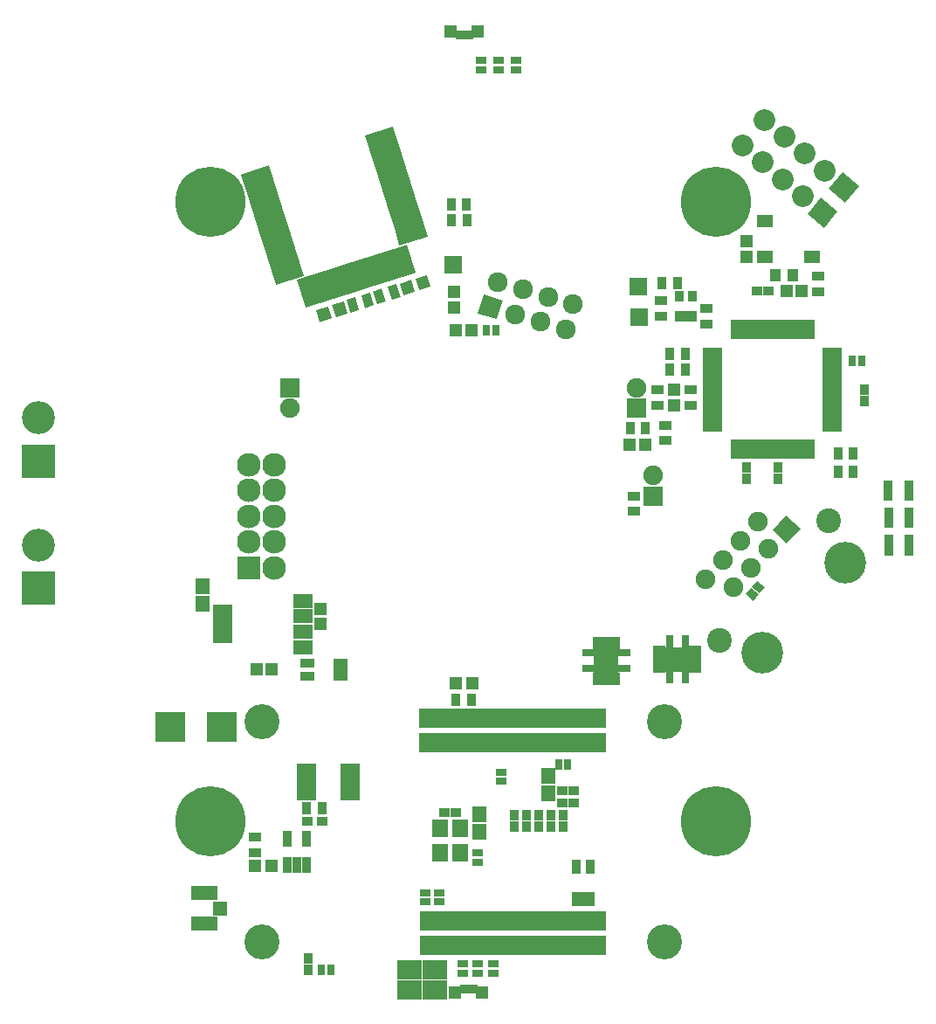
<source format=gts>
G04 #@! TF.FileFunction,Soldermask,Top*
%FSLAX46Y46*%
G04 Gerber Fmt 4.6, Leading zero omitted, Abs format (unit mm)*
G04 Created by KiCad (PCBNEW 4.0.4-stable) date 03/07/17 08:31:43*
%MOMM*%
%LPD*%
G01*
G04 APERTURE LIST*
%ADD10C,0.100000*%
%ADD11R,0.900000X1.300000*%
%ADD12C,2.100000*%
%ADD13R,0.950100X0.650380*%
%ADD14R,3.200000X3.200000*%
%ADD15C,3.200000*%
%ADD16R,1.300000X0.900000*%
%ADD17R,1.898600X0.679400*%
%ADD18R,0.679400X1.898600*%
%ADD19R,0.900000X1.400000*%
%ADD20R,1.250000X0.680000*%
%ADD21R,0.680000X1.250000*%
%ADD22R,2.450000X2.450000*%
%ADD23R,1.600000X1.800000*%
%ADD24R,1.000000X0.800000*%
%ADD25R,1.000000X0.900000*%
%ADD26R,1.900000X1.900000*%
%ADD27C,1.900000*%
%ADD28R,2.300000X2.300000*%
%ADD29C,2.300000*%
%ADD30R,1.200000X1.150000*%
%ADD31R,1.150000X1.200000*%
%ADD32R,1.200000X1.200000*%
%ADD33R,1.000000X0.950000*%
%ADD34R,1.900000X3.600000*%
%ADD35C,6.800000*%
%ADD36R,1.900000X1.400000*%
%ADD37R,1.900000X3.700000*%
%ADD38R,0.948640X1.598880*%
%ADD39R,0.820000X1.000000*%
%ADD40R,1.000000X1.200000*%
%ADD41R,1.600000X1.300000*%
%ADD42R,1.398220X1.499820*%
%ADD43R,0.600000X1.840000*%
%ADD44R,1.400000X0.900000*%
%ADD45R,0.900000X1.000000*%
%ADD46R,0.800000X1.000000*%
%ADD47R,2.600000X1.450000*%
%ADD48R,1.450000X1.400000*%
%ADD49R,1.250000X1.300000*%
%ADD50R,0.850000X0.900000*%
%ADD51C,3.400000*%
%ADD52R,2.950000X2.900000*%
%ADD53C,4.050000*%
%ADD54C,2.400000*%
%ADD55R,1.750000X1.750000*%
%ADD56R,2.440000X1.940000*%
%ADD57C,1.924000*%
G04 APERTURE END LIST*
D10*
D11*
X168554400Y-89712800D03*
X170054400Y-89712800D03*
D10*
G36*
X183461879Y-77497316D02*
X181853185Y-76147462D01*
X183203039Y-74538768D01*
X184811733Y-75888622D01*
X183461879Y-77497316D01*
X183461879Y-77497316D01*
G37*
D12*
X181386706Y-74385361D02*
X181386706Y-74385361D01*
X179440953Y-72752681D02*
X179440953Y-72752681D01*
X177495200Y-71120000D02*
X177495200Y-71120000D01*
X175549447Y-69487320D02*
X175549447Y-69487320D01*
D10*
G36*
X185549420Y-75037674D02*
X183940726Y-73687820D01*
X185290580Y-72079126D01*
X186899274Y-73428980D01*
X185549420Y-75037674D01*
X185549420Y-75037674D01*
G37*
D12*
X183474247Y-71925719D02*
X183474247Y-71925719D01*
X181528494Y-70293039D02*
X181528494Y-70293039D01*
X179582741Y-68660358D02*
X179582741Y-68660358D01*
X177636988Y-67027678D02*
X177636988Y-67027678D01*
D13*
X189749240Y-104949760D03*
X191750760Y-105600000D03*
X189749240Y-106250240D03*
X189749240Y-105600000D03*
X191750760Y-106250240D03*
X191750760Y-104949760D03*
D10*
G36*
X142311164Y-79225734D02*
X141890176Y-77890530D01*
X144608270Y-77033518D01*
X145029258Y-78368722D01*
X142311164Y-79225734D01*
X142311164Y-79225734D01*
G37*
G36*
X133233879Y-85254349D02*
X132376867Y-82536255D01*
X133712071Y-82115267D01*
X134569083Y-84833361D01*
X133233879Y-85254349D01*
X133233879Y-85254349D01*
G37*
G36*
X127356951Y-73665194D02*
X126935963Y-72329990D01*
X129654057Y-71472978D01*
X130075045Y-72808182D01*
X127356951Y-73665194D01*
X127356951Y-73665194D01*
G37*
G36*
X127777939Y-75000398D02*
X127356951Y-73665194D01*
X130075045Y-72808182D01*
X130496033Y-74143386D01*
X127777939Y-75000398D01*
X127777939Y-75000398D01*
G37*
G36*
X128198927Y-76335601D02*
X127777939Y-75000397D01*
X130496033Y-74143385D01*
X130917021Y-75478589D01*
X128198927Y-76335601D01*
X128198927Y-76335601D01*
G37*
G36*
X128619915Y-77670805D02*
X128198927Y-76335601D01*
X130917021Y-75478589D01*
X131338009Y-76813793D01*
X128619915Y-77670805D01*
X128619915Y-77670805D01*
G37*
G36*
X129040903Y-79006009D02*
X128619915Y-77670805D01*
X131338009Y-76813793D01*
X131758997Y-78148997D01*
X129040903Y-79006009D01*
X129040903Y-79006009D01*
G37*
G36*
X129461891Y-80341212D02*
X129040903Y-79006008D01*
X131758997Y-78148996D01*
X132179985Y-79484200D01*
X129461891Y-80341212D01*
X129461891Y-80341212D01*
G37*
G36*
X129882879Y-81676416D02*
X129461891Y-80341212D01*
X132179985Y-79484200D01*
X132600973Y-80819404D01*
X129882879Y-81676416D01*
X129882879Y-81676416D01*
G37*
G36*
X130303867Y-83011620D02*
X129882879Y-81676416D01*
X132600973Y-80819404D01*
X133021961Y-82154608D01*
X130303867Y-83011620D01*
X130303867Y-83011620D01*
G37*
G36*
X134569083Y-84833361D02*
X133712071Y-82115267D01*
X135047275Y-81694279D01*
X135904287Y-84412373D01*
X134569083Y-84833361D01*
X134569083Y-84833361D01*
G37*
G36*
X135904287Y-84412373D02*
X135047275Y-81694279D01*
X136382479Y-81273291D01*
X137239491Y-83991385D01*
X135904287Y-84412373D01*
X135904287Y-84412373D01*
G37*
G36*
X137239491Y-83991384D02*
X136382479Y-81273290D01*
X137717683Y-80852302D01*
X138574695Y-83570396D01*
X137239491Y-83991384D01*
X137239491Y-83991384D01*
G37*
G36*
X138574694Y-83570396D02*
X137717682Y-80852302D01*
X139052886Y-80431314D01*
X139909898Y-83149408D01*
X138574694Y-83570396D01*
X138574694Y-83570396D01*
G37*
G36*
X139909898Y-83149408D02*
X139052886Y-80431314D01*
X140388090Y-80010326D01*
X141245102Y-82728420D01*
X139909898Y-83149408D01*
X139909898Y-83149408D01*
G37*
G36*
X141245102Y-82728420D02*
X140388090Y-80010326D01*
X141723294Y-79589338D01*
X142580306Y-82307432D01*
X141245102Y-82728420D01*
X141245102Y-82728420D01*
G37*
G36*
X142580306Y-82307432D02*
X141723294Y-79589338D01*
X143058498Y-79168350D01*
X143915510Y-81886444D01*
X142580306Y-82307432D01*
X142580306Y-82307432D01*
G37*
G36*
X141890176Y-77890530D02*
X141469188Y-76555326D01*
X144187282Y-75698314D01*
X144608270Y-77033518D01*
X141890176Y-77890530D01*
X141890176Y-77890530D01*
G37*
G36*
X141469188Y-76555326D02*
X141048200Y-75220122D01*
X143766294Y-74363110D01*
X144187282Y-75698314D01*
X141469188Y-76555326D01*
X141469188Y-76555326D01*
G37*
G36*
X141048200Y-75220123D02*
X140627212Y-73884919D01*
X143345306Y-73027907D01*
X143766294Y-74363111D01*
X141048200Y-75220123D01*
X141048200Y-75220123D01*
G37*
G36*
X140627211Y-73884919D02*
X140206223Y-72549715D01*
X142924317Y-71692703D01*
X143345305Y-73027907D01*
X140627211Y-73884919D01*
X140627211Y-73884919D01*
G37*
G36*
X140206223Y-72549715D02*
X139785235Y-71214511D01*
X142503329Y-70357499D01*
X142924317Y-71692703D01*
X140206223Y-72549715D01*
X140206223Y-72549715D01*
G37*
G36*
X139785235Y-71214512D02*
X139364247Y-69879308D01*
X142082341Y-69022296D01*
X142503329Y-70357500D01*
X139785235Y-71214512D01*
X139785235Y-71214512D01*
G37*
G36*
X139364247Y-69879308D02*
X138943259Y-68544104D01*
X141661353Y-67687092D01*
X142082341Y-69022296D01*
X139364247Y-69879308D01*
X139364247Y-69879308D01*
G37*
G36*
X137549710Y-85741434D02*
X137158793Y-84501602D01*
X138017138Y-84230966D01*
X138408055Y-85470798D01*
X137549710Y-85741434D01*
X137549710Y-85741434D01*
G37*
G36*
X138980286Y-85290376D02*
X138589369Y-84050544D01*
X139447714Y-83779908D01*
X139838631Y-85019740D01*
X138980286Y-85290376D01*
X138980286Y-85290376D01*
G37*
D14*
X107340400Y-100110400D03*
D15*
X107340400Y-95910400D03*
D16*
X182925000Y-83700000D03*
X182925000Y-82200000D03*
D17*
X172702220Y-89433400D03*
X172702220Y-89933780D03*
X172702220Y-90434160D03*
X172702220Y-90934540D03*
X172702220Y-91434920D03*
X172702220Y-91932760D03*
X172702220Y-92433140D03*
X172702220Y-92933520D03*
X172702220Y-93431360D03*
X172702220Y-93931740D03*
X172702220Y-94432120D03*
X172702220Y-94929960D03*
X172702220Y-95430340D03*
X172702220Y-95930720D03*
X172702220Y-96431100D03*
X172702220Y-96931480D03*
D18*
X174752000Y-98981260D03*
X175252380Y-98981260D03*
X175752760Y-98981260D03*
X176253140Y-98981260D03*
X176753520Y-98981260D03*
X177251360Y-98981260D03*
X177751740Y-98981260D03*
X178252120Y-98981260D03*
X178749960Y-98981260D03*
X179250340Y-98981260D03*
X179750720Y-98981260D03*
X180248560Y-98981260D03*
X180748940Y-98981260D03*
X181249320Y-98981260D03*
X181749700Y-98981260D03*
X182250080Y-98981260D03*
D17*
X184299860Y-96931480D03*
X184299860Y-96431100D03*
X184299860Y-95930720D03*
X184299860Y-95430340D03*
X184299860Y-94929960D03*
X184299860Y-94432120D03*
X184299860Y-93931740D03*
X184299860Y-93431360D03*
X184299860Y-92933520D03*
X184299860Y-92433140D03*
X184299860Y-91932760D03*
X184299860Y-91434920D03*
X184299860Y-90934540D03*
X184299860Y-90434160D03*
X184299860Y-89933780D03*
X184299860Y-89433400D03*
D18*
X182250080Y-87383620D03*
X181749700Y-87383620D03*
X181249320Y-87383620D03*
X180748940Y-87383620D03*
X180248560Y-87383620D03*
X179750720Y-87383620D03*
X179250340Y-87383620D03*
X178749960Y-87383620D03*
X178252120Y-87383620D03*
X177751740Y-87383620D03*
X177251360Y-87383620D03*
X176753520Y-87383620D03*
X176253140Y-87383620D03*
X175752760Y-87383620D03*
X175252380Y-87383620D03*
X174752000Y-87383620D03*
D11*
X167775000Y-82850000D03*
X169275000Y-82850000D03*
D19*
X159475000Y-142600000D03*
X160125000Y-142600000D03*
X160775000Y-142600000D03*
X159475000Y-139400000D03*
X160775000Y-139400000D03*
D20*
X164099200Y-118709600D03*
D21*
X163374200Y-117734600D03*
X162874200Y-117734600D03*
X162374200Y-117734600D03*
X161874200Y-117734600D03*
X161374200Y-117734600D03*
D20*
X160649200Y-118709600D03*
X160649200Y-120209600D03*
X164099200Y-120209600D03*
D21*
X161374200Y-121184600D03*
X161874200Y-121184600D03*
X162374200Y-121184600D03*
X162874200Y-121184600D03*
X163374200Y-121184600D03*
D22*
X162374200Y-119459600D03*
D23*
X146275000Y-135700000D03*
X146275000Y-138100000D03*
X148175000Y-138100000D03*
X148175000Y-135700000D03*
D24*
X149925000Y-138100000D03*
X149925000Y-139000000D03*
D25*
X147800000Y-134150000D03*
X146700000Y-134150000D03*
D24*
X153592600Y-62190900D03*
X153592600Y-61290900D03*
D26*
X166900000Y-103500000D03*
D27*
X166900000Y-101500000D03*
D28*
X127675000Y-110457000D03*
D29*
X127675000Y-107957000D03*
X127675000Y-105457000D03*
X127675000Y-102957000D03*
X127675000Y-100457000D03*
X130175000Y-110457000D03*
X130175000Y-107957000D03*
X130175000Y-105457000D03*
X130175000Y-102957000D03*
X130175000Y-100457000D03*
D30*
X129934400Y-120294400D03*
X128434400Y-120294400D03*
X166142800Y-98552000D03*
X164642800Y-98552000D03*
D31*
X168921000Y-93233400D03*
X168921000Y-94733400D03*
X134670800Y-115925600D03*
X134670800Y-114425600D03*
D32*
X129926080Y-139308840D03*
X128326080Y-139308840D03*
D33*
X133407960Y-135021320D03*
X134807960Y-135021320D03*
D34*
X137495280Y-131201160D03*
X133295280Y-131201160D03*
D35*
X173001100Y-135003600D03*
X124001100Y-135003600D03*
X124001100Y-75003600D03*
X173001100Y-75003600D03*
D16*
X128320800Y-136531920D03*
X128320800Y-138031920D03*
X168097200Y-98145600D03*
X168097200Y-96645600D03*
D11*
X166166800Y-96926400D03*
X164666800Y-96926400D03*
D16*
X170550000Y-93225000D03*
X170550000Y-94725000D03*
X167295400Y-93221400D03*
X167295400Y-94721400D03*
D11*
X134819520Y-133751320D03*
X133319520Y-133751320D03*
D16*
X172100000Y-85325000D03*
X172100000Y-86825000D03*
X167675000Y-86050000D03*
X167675000Y-84550000D03*
X165049200Y-103491600D03*
X165049200Y-104991600D03*
D36*
X132975000Y-118150000D03*
X132975000Y-116650000D03*
X132975000Y-115150000D03*
X132975000Y-113650000D03*
D37*
X125175000Y-115900000D03*
D38*
X131429760Y-139273280D03*
X132379720Y-139273280D03*
X133329680Y-139273280D03*
X133329680Y-136677400D03*
X131429760Y-136677400D03*
D39*
X169425000Y-86075000D03*
X170725000Y-86075000D03*
X169425000Y-84175000D03*
X170075000Y-86075000D03*
X170725000Y-84175000D03*
D40*
X180492400Y-82135980D03*
X178792400Y-82135980D03*
D13*
X191714360Y-103621040D03*
X189712840Y-102970800D03*
X191714360Y-102320560D03*
X191714360Y-102970800D03*
X189712840Y-102320560D03*
X189712840Y-103621040D03*
D31*
X176006760Y-80343440D03*
X176006760Y-78843440D03*
X147625000Y-83750000D03*
X147625000Y-85250000D03*
D30*
X179825000Y-83667600D03*
X181325000Y-83667600D03*
D10*
G36*
X142684445Y-84063184D02*
X142323598Y-82918723D01*
X143468059Y-82557876D01*
X143828906Y-83702337D01*
X142684445Y-84063184D01*
X142684445Y-84063184D01*
G37*
G36*
X144210393Y-83582054D02*
X143849546Y-82437593D01*
X144994007Y-82076746D01*
X145354854Y-83221207D01*
X144210393Y-83582054D01*
X144210393Y-83582054D01*
G37*
G36*
X136916807Y-84655581D02*
X137277654Y-85800042D01*
X136133193Y-86160889D01*
X135772346Y-85016428D01*
X136916807Y-84655581D01*
X136916807Y-84655581D01*
G37*
G36*
X135390859Y-85136711D02*
X135751706Y-86281172D01*
X134607245Y-86642019D01*
X134246398Y-85497558D01*
X135390859Y-85136711D01*
X135390859Y-85136711D01*
G37*
D41*
X177754280Y-80355440D03*
X182354280Y-80355440D03*
X177754280Y-76855440D03*
D10*
G36*
X142041914Y-82963166D02*
X142432831Y-84202998D01*
X141574486Y-84473634D01*
X141183569Y-83233802D01*
X142041914Y-82963166D01*
X142041914Y-82963166D01*
G37*
G36*
X140611338Y-83414224D02*
X141002255Y-84654056D01*
X140143910Y-84924692D01*
X139752993Y-83684860D01*
X140611338Y-83414224D01*
X140611338Y-83414224D01*
G37*
D11*
X186334400Y-99415600D03*
X184834400Y-99415600D03*
X186322400Y-101142800D03*
X184822400Y-101142800D03*
D42*
X156748400Y-132310360D03*
X156748400Y-130613640D03*
X150075000Y-134328280D03*
X150075000Y-136025000D03*
D10*
G36*
X176962893Y-111701148D02*
X177728937Y-112343936D01*
X177214707Y-112956772D01*
X176448663Y-112313984D01*
X176962893Y-111701148D01*
X176962893Y-111701148D01*
G37*
G36*
X176384385Y-112390588D02*
X177150429Y-113033376D01*
X176636199Y-113646212D01*
X175870155Y-113003424D01*
X176384385Y-112390588D01*
X176384385Y-112390588D01*
G37*
D32*
X147739200Y-87477600D03*
X149339200Y-87477600D03*
D21*
X168515600Y-117604200D03*
D20*
X167540600Y-118329200D03*
X167540600Y-118829200D03*
X167540600Y-119329200D03*
X167540600Y-119829200D03*
X167540600Y-120329200D03*
D21*
X168515600Y-121054200D03*
X170015600Y-121054200D03*
X170015600Y-117604200D03*
D20*
X170990600Y-120329200D03*
X170990600Y-119829200D03*
X170990600Y-119329200D03*
X170990600Y-118829200D03*
X170990600Y-118329200D03*
D22*
X169265600Y-119329200D03*
D13*
X191750760Y-108925240D03*
X189749240Y-108275000D03*
X191750760Y-107624760D03*
X191750760Y-108275000D03*
X189749240Y-107624760D03*
X189749240Y-108925240D03*
D26*
X131700000Y-93000000D03*
D27*
X131700000Y-95000000D03*
D32*
X147775000Y-121675000D03*
X149375000Y-121675000D03*
D11*
X149300000Y-123225000D03*
X147800000Y-123225000D03*
D43*
X162119200Y-147015200D03*
X162119200Y-144675200D03*
X161719200Y-147015200D03*
X161719200Y-144675200D03*
X161319200Y-147015200D03*
X161319200Y-144675200D03*
X160919200Y-147015200D03*
X160919200Y-144675200D03*
X160519200Y-147015200D03*
X160519200Y-144675200D03*
X160119200Y-147015200D03*
X160119200Y-144675200D03*
X159719200Y-147015200D03*
X159719200Y-144675200D03*
X159319200Y-147015200D03*
X159319200Y-144675200D03*
X158919200Y-147015200D03*
X158919200Y-144675200D03*
X158519200Y-147015200D03*
X158519200Y-144675200D03*
X158119200Y-147015200D03*
X158119200Y-144675200D03*
X157719200Y-147015200D03*
X157719200Y-144675200D03*
X157319200Y-147015200D03*
X157319200Y-144675200D03*
X156919200Y-147015200D03*
X156919200Y-144675200D03*
X156519200Y-147015200D03*
X156519200Y-144675200D03*
X156119200Y-147015200D03*
X156119200Y-144675200D03*
X155719200Y-147015200D03*
X155719200Y-144675200D03*
X155319200Y-147015200D03*
X155319200Y-144675200D03*
X154919200Y-147015200D03*
X154919200Y-144675200D03*
X154519200Y-147015200D03*
X154519200Y-144675200D03*
X154119200Y-147015200D03*
X154119200Y-144675200D03*
X153719200Y-147015200D03*
X153719200Y-144675200D03*
X153319200Y-147015200D03*
X153319200Y-144675200D03*
X152919200Y-147015200D03*
X152919200Y-144675200D03*
X152519200Y-147015200D03*
X152519200Y-144675200D03*
X152119200Y-147015200D03*
X152119200Y-144675200D03*
X151719200Y-147015200D03*
X151719200Y-144675200D03*
X151319200Y-147015200D03*
X151319200Y-144675200D03*
X150919200Y-147015200D03*
X150919200Y-144675200D03*
X150519200Y-147015200D03*
X150519200Y-144675200D03*
X150119200Y-147015200D03*
X150119200Y-144675200D03*
X149719200Y-147015200D03*
X149719200Y-144675200D03*
X149319200Y-147015200D03*
X149319200Y-144675200D03*
X148919200Y-147015200D03*
X148919200Y-144675200D03*
X148519200Y-147015200D03*
X148519200Y-144675200D03*
X148119200Y-147015200D03*
X148119200Y-144675200D03*
X147719200Y-147015200D03*
X147719200Y-144675200D03*
X147319200Y-147015200D03*
X147319200Y-144675200D03*
X146919200Y-147015200D03*
X146919200Y-144675200D03*
X146519200Y-147015200D03*
X146519200Y-144675200D03*
X146119200Y-147015200D03*
X146119200Y-144675200D03*
X145719200Y-147015200D03*
X145719200Y-144675200D03*
X145319200Y-147015200D03*
X145319200Y-144675200D03*
X144919200Y-147015200D03*
X144919200Y-144675200D03*
X144519200Y-147015200D03*
X144519200Y-144675200D03*
D44*
X136621520Y-120985040D03*
X136621520Y-120335040D03*
X136621520Y-119685040D03*
X133421520Y-120985040D03*
X133421520Y-119685040D03*
D26*
X165300000Y-95000000D03*
D27*
X165300000Y-93000000D03*
D45*
X133502400Y-149402800D03*
X133502400Y-148302800D03*
D46*
X134728800Y-149402800D03*
X135628800Y-149402800D03*
D47*
X123400000Y-144950000D03*
X123400000Y-142000000D03*
D48*
X124925000Y-143475000D03*
D49*
X150350000Y-151600000D03*
X147700000Y-151600000D03*
D50*
X149450000Y-151250000D03*
X148600000Y-151250000D03*
D49*
X147275000Y-58450000D03*
X149925000Y-58450000D03*
D50*
X148175000Y-58800000D03*
X149025000Y-58800000D03*
D43*
X144512142Y-125040000D03*
X144512142Y-127380000D03*
X144912142Y-125040000D03*
X144912142Y-127380000D03*
X145312142Y-125040000D03*
X145312142Y-127380000D03*
X145712142Y-125040000D03*
X145712142Y-127380000D03*
X146112142Y-125040000D03*
X146112142Y-127380000D03*
X146512142Y-125040000D03*
X146512142Y-127380000D03*
X146912142Y-125040000D03*
X146912142Y-127380000D03*
X147312142Y-125040000D03*
X147312142Y-127380000D03*
X147712142Y-125040000D03*
X147712142Y-127380000D03*
X148112142Y-125040000D03*
X148112142Y-127380000D03*
X148512142Y-125040000D03*
X148512142Y-127380000D03*
X148912142Y-125040000D03*
X148912142Y-127380000D03*
X149312142Y-125040000D03*
X149312142Y-127380000D03*
X149712142Y-125040000D03*
X149712142Y-127380000D03*
X150112142Y-125040000D03*
X150112142Y-127380000D03*
X150512142Y-125040000D03*
X150512142Y-127380000D03*
X150912142Y-125040000D03*
X150912142Y-127380000D03*
X151312142Y-125040000D03*
X151312142Y-127380000D03*
X151712142Y-125040000D03*
X151712142Y-127380000D03*
X152112142Y-125040000D03*
X152112142Y-127380000D03*
X152512142Y-125040000D03*
X152512142Y-127380000D03*
X152912142Y-125040000D03*
X152912142Y-127380000D03*
X153312142Y-125040000D03*
X153312142Y-127380000D03*
X153712142Y-125040000D03*
X153712142Y-127380000D03*
X154112142Y-125040000D03*
X154112142Y-127380000D03*
X154512142Y-125040000D03*
X154512142Y-127380000D03*
X154912142Y-125040000D03*
X154912142Y-127380000D03*
X155312142Y-125040000D03*
X155312142Y-127380000D03*
X155712142Y-125040000D03*
X155712142Y-127380000D03*
X156112142Y-125040000D03*
X156112142Y-127380000D03*
X156512142Y-125040000D03*
X156512142Y-127380000D03*
X156912142Y-125040000D03*
X156912142Y-127380000D03*
X157312142Y-125040000D03*
X157312142Y-127380000D03*
X157712142Y-125040000D03*
X157712142Y-127380000D03*
X158112142Y-125040000D03*
X158112142Y-127380000D03*
X158512142Y-125040000D03*
X158512142Y-127380000D03*
X158912142Y-125040000D03*
X158912142Y-127380000D03*
X159312142Y-125040000D03*
X159312142Y-127380000D03*
X159712142Y-125040000D03*
X159712142Y-127380000D03*
X160112142Y-125040000D03*
X160112142Y-127380000D03*
X160512142Y-125040000D03*
X160512142Y-127380000D03*
X160912142Y-125040000D03*
X160912142Y-127380000D03*
X161312142Y-125040000D03*
X161312142Y-127380000D03*
X161712142Y-125040000D03*
X161712142Y-127380000D03*
X162112142Y-125040000D03*
X162112142Y-127380000D03*
D51*
X168021000Y-125343000D03*
X168021000Y-146703000D03*
X129001000Y-146703000D03*
X129001000Y-125343000D03*
D52*
X125125000Y-125875000D03*
X120075000Y-125875000D03*
D24*
X151425000Y-148825000D03*
X151425000Y-149725000D03*
X148425000Y-148825000D03*
X148425000Y-149725000D03*
X149925000Y-148825000D03*
X149925000Y-149725000D03*
X150217600Y-62215900D03*
X150217600Y-61315900D03*
X151892600Y-62215900D03*
X151892600Y-61315900D03*
D46*
X151674400Y-87477600D03*
X150774400Y-87477600D03*
D45*
X179019200Y-100694400D03*
X179019200Y-101794400D03*
X187416440Y-93207660D03*
X187416440Y-94307660D03*
D25*
X176999720Y-83619340D03*
X178099720Y-83619340D03*
D45*
X175982540Y-100745200D03*
X175982540Y-101845200D03*
D24*
X146151964Y-142852200D03*
X146151964Y-141952200D03*
X144781564Y-141950000D03*
X144781564Y-142850000D03*
X152175000Y-131150000D03*
X152175000Y-130250000D03*
D14*
X107340400Y-112454800D03*
D15*
X107340400Y-108254800D03*
D42*
X123225000Y-113946720D03*
X123225000Y-112250000D03*
D46*
X187125000Y-90424000D03*
X186225000Y-90424000D03*
X158634000Y-129540000D03*
X157734000Y-129540000D03*
D25*
X158123400Y-133237000D03*
X159223400Y-133237000D03*
D45*
X157023400Y-134437000D03*
X157023400Y-135537000D03*
D25*
X158123400Y-132087000D03*
X159223400Y-132087000D03*
D45*
X158198400Y-134437000D03*
X158198400Y-135537000D03*
X154598400Y-134437000D03*
X154598400Y-135537000D03*
X153423400Y-134437000D03*
X153423400Y-135537000D03*
X155848400Y-134437000D03*
X155848400Y-135537000D03*
D53*
X177504083Y-118687568D03*
X185523338Y-109936086D03*
D10*
G36*
X179776395Y-105402407D02*
X181177222Y-106686028D01*
X179893601Y-108086855D01*
X178492774Y-106803234D01*
X179776395Y-105402407D01*
X179776395Y-105402407D01*
G37*
D27*
X177104314Y-105964974D03*
X178118999Y-108617315D03*
X175388315Y-107837659D03*
X176403000Y-110490000D03*
X173672316Y-109710343D03*
X174687001Y-112362684D03*
X171956317Y-111583027D03*
D54*
X173322051Y-117493526D03*
X183962597Y-105881408D03*
D55*
X165506400Y-83210400D03*
X165525000Y-86175000D03*
X147500000Y-81125000D03*
D56*
X143305200Y-149402800D03*
X143305200Y-151332800D03*
X145745200Y-151332800D03*
X145745200Y-149402800D03*
D10*
G36*
X151771961Y-86374010D02*
X149927192Y-85827565D01*
X150473637Y-83982796D01*
X152318406Y-84529241D01*
X151771961Y-86374010D01*
X151771961Y-86374010D01*
G37*
D57*
X151844198Y-82743001D03*
X153558201Y-85899802D03*
X154279600Y-83464400D03*
X155993603Y-86621201D03*
X156715002Y-84185799D03*
X158429005Y-87342600D03*
X159150404Y-84907198D03*
D11*
X147320000Y-75285600D03*
X148820000Y-75285600D03*
X147344000Y-76758800D03*
X148844000Y-76758800D03*
X168554400Y-91236800D03*
X170054400Y-91236800D03*
M02*

</source>
